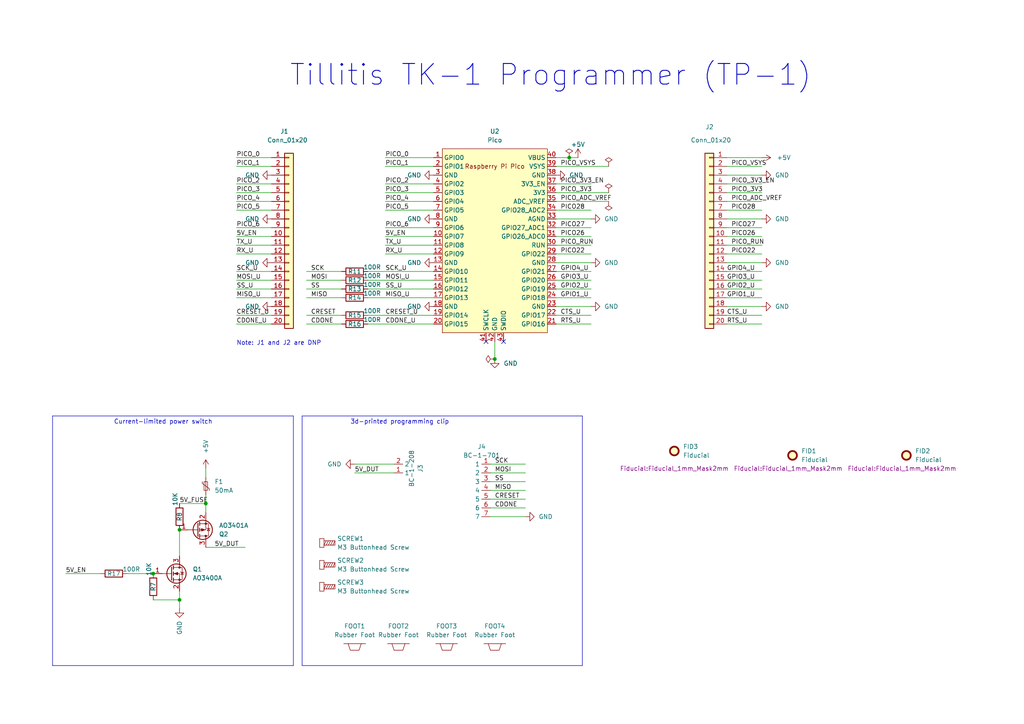
<source format=kicad_sch>
(kicad_sch (version 20230121) (generator eeschema)
  (paper "A4")
  (title_block (title "Tillits TK1 Programmer (TP-1)") (date "2022-09-12") (rev "RevA") (company "Tillitis AB") (comment 1 "2022-11-14") (comment 2 "https://github.com/tillitis/tp1"))
  (lib_symbols
    (symbol "Connector_Generic:Conn_01x20" (pin_names (offset 1.016) hide)
      (property "Reference" "J" (at 0 25.4 0))
      (property "Value" "Conn_01x20" (at 0 -27.94 0))
      (symbol "Conn_01x20_1_1"
        (rectangle (start -1.27 -25.273) (end 0 -25.527) (stroke (width 0.1524)))
        (rectangle (start -1.27 -22.733) (end 0 -22.987) (stroke (width 0.1524)))
        (rectangle (start -1.27 -20.193) (end 0 -20.447) (stroke (width 0.1524)))
        (rectangle (start -1.27 -17.653) (end 0 -17.907) (stroke (width 0.1524)))
        (rectangle (start -1.27 -15.113) (end 0 -15.367) (stroke (width 0.1524)))
        (rectangle (start -1.27 -12.573) (end 0 -12.827) (stroke (width 0.1524)))
        (rectangle (start -1.27 -10.033) (end 0 -10.287) (stroke (width 0.1524)))
        (rectangle (start -1.27 -7.493) (end 0 -7.747) (stroke (width 0.1524)))
        (rectangle (start -1.27 -4.953) (end 0 -5.207) (stroke (width 0.1524)))
        (rectangle (start -1.27 -2.413) (end 0 -2.667) (stroke (width 0.1524)))
        (rectangle (start -1.27 0.127) (end 0 -0.127) (stroke (width 0.1524)))
        (rectangle (start -1.27 2.667) (end 0 2.413) (stroke (width 0.1524)))
        (rectangle (start -1.27 5.207) (end 0 4.953) (stroke (width 0.1524)))
        (rectangle (start -1.27 7.747) (end 0 7.493) (stroke (width 0.1524)))
        (rectangle (start -1.27 10.287) (end 0 10.033) (stroke (width 0.1524)))
        (rectangle (start -1.27 12.827) (end 0 12.573) (stroke (width 0.1524)))
        (rectangle (start -1.27 15.367) (end 0 15.113) (stroke (width 0.1524)))
        (rectangle (start -1.27 17.907) (end 0 17.653) (stroke (width 0.1524)))
        (rectangle (start -1.27 20.447) (end 0 20.193) (stroke (width 0.1524)))
        (rectangle (start -1.27 22.987) (end 0 22.733) (stroke (width 0.1524)))
        (rectangle (start -1.27 24.13) (end 1.27 -26.67) (stroke (width 0.254)) (fill (type background)))
        (pin passive line (at -5.08 22.86 0) (length 3.81) (name "Pin_1") (number "1"))
        (pin passive line (at -5.08 0 0) (length 3.81) (name "Pin_10") (number "10"))
        (pin passive line (at -5.08 -2.54 0) (length 3.81) (name "Pin_11") (number "11"))
        (pin passive line (at -5.08 -5.08 0) (length 3.81) (name "Pin_12") (number "12"))
        (pin passive line (at -5.08 -7.62 0) (length 3.81) (name "Pin_13") (number "13"))
        (pin passive line (at -5.08 -10.16 0) (length 3.81) (name "Pin_14") (number "14"))
        (pin passive line (at -5.08 -12.7 0) (length 3.81) (name "Pin_15") (number "15"))
        (pin passive line (at -5.08 -15.24 0) (length 3.81) (name "Pin_16") (number "16"))
        (pin passive line (at -5.08 -17.78 0) (length 3.81) (name "Pin_17") (number "17"))
        (pin passive line (at -5.08 -20.32 0) (length 3.81) (name "Pin_18") (number "18"))
        (pin passive line (at -5.08 -22.86 0) (length 3.81) (name "Pin_19") (number "19"))
        (pin passive line (at -5.08 20.32 0) (length 3.81) (name "Pin_2") (number "2"))
        (pin passive line (at -5.08 -25.4 0) (length 3.81) (name "Pin_20") (number "20"))
        (pin passive line (at -5.08 17.78 0) (length 3.81) (name "Pin_3") (number "3"))
        (pin passive line (at -5.08 15.24 0) (length 3.81) (name "Pin_4") (number "4"))
        (pin passive line (at -5.08 12.7 0) (length 3.81) (name "Pin_5") (number "5"))
        (pin passive line (at -5.08 10.16 0) (length 3.81) (name "Pin_6") (number "6"))
        (pin passive line (at -5.08 7.62 0) (length 3.81) (name "Pin_7") (number "7"))
        (pin passive line (at -5.08 5.08 0) (length 3.81) (name "Pin_8") (number "8"))
        (pin passive line (at -5.08 2.54 0) (length 3.81) (name "Pin_9") (number "9"))
      )
    )
    (symbol "Device:Polyfuse_Small" (pin_numbers hide) (pin_names (offset 0))
      (property "Reference" "F" (at -1.905 0 90))
      (property "Value" "Polyfuse_Small" (at 1.905 0 90))
      (symbol "Polyfuse_Small_0_1"
        (rectangle (start -0.508 1.27) (end 0.508 -1.27))
        (polyline (pts (xy 0 2.54) (xy 0 -2.54)))
        (polyline (pts (xy -1.016 1.27) (xy -1.016 0.762) (xy 1.016 -0.762) (xy 1.016 -1.27)))
      )
      (symbol "Polyfuse_Small_1_1"
        (pin passive line (at 0 2.54 270) (length 0.635) (name "~") (number "1"))
        (pin passive line (at 0 -2.54 90) (length 0.635) (name "~") (number "2"))
      )
    )
    (symbol "Device:R" (pin_numbers hide) (pin_names (offset 0))
      (property "Reference" "R" (at 2.032 0 90))
      (property "Value" "R" (at 0 0 90))
      (symbol "R_0_1"
        (rectangle (start -1.016 -2.54) (end 1.016 2.54) (stroke (width 0.254)))
      )
      (symbol "R_1_1"
        (pin passive line (at 0 3.81 270) (length 1.27) (name "~") (number "1"))
        (pin passive line (at 0 -3.81 90) (length 1.27) (name "~") (number "2"))
      )
    )
    (symbol "MCU_RaspberryPi_and_Boards:Pico"
      (property "Reference" "U" (at -13.97 27.94 0))
      (property "Value" "Pico" (at 0 19.05 0))
      (symbol "Pico_0_0"
        (text "Raspberry Pi Pico" (at 0 21.59 0) (effects (font (size 1.27 1.27))))
      )
      (symbol "Pico_0_1"
        (rectangle (start -15.24 26.67) (end 15.24 -26.67) (fill (type background)))
      )
      (symbol "Pico_1_1"
        (pin bidirectional line (at -17.78 24.13 0) (length 2.54) (name "GPIO0") (number "1"))
        (pin bidirectional line (at -17.78 1.27 0) (length 2.54) (name "GPIO7") (number "10"))
        (pin bidirectional line (at -17.78 -1.27 0) (length 2.54) (name "GPIO8") (number "11"))
        (pin bidirectional line (at -17.78 -3.81 0) (length 2.54) (name "GPIO9") (number "12"))
        (pin power_in line (at -17.78 -6.35 0) (length 2.54) (name "GND") (number "13"))
        (pin bidirectional line (at -17.78 -8.89 0) (length 2.54) (name "GPIO10") (number "14"))
        (pin bidirectional line (at -17.78 -11.43 0) (length 2.54) (name "GPIO11") (number "15"))
        (pin bidirectional line (at -17.78 -13.97 0) (length 2.54) (name "GPIO12") (number "16"))
        (pin bidirectional line (at -17.78 -16.51 0) (length 2.54) (name "GPIO13") (number "17"))
        (pin power_in line (at -17.78 -19.05 0) (length 2.54) (name "GND") (number "18"))
        (pin bidirectional line (at -17.78 -21.59 0) (length 2.54) (name "GPIO14") (number "19"))
        (pin bidirectional line (at -17.78 21.59 0) (length 2.54) (name "GPIO1") (number "2"))
        (pin bidirectional line (at -17.78 -24.13 0) (length 2.54) (name "GPIO15") (number "20"))
        (pin bidirectional line (at 17.78 -24.13 180) (length 2.54) (name "GPIO16") (number "21"))
        (pin bidirectional line (at 17.78 -21.59 180) (length 2.54) (name "GPIO17") (number "22"))
        (pin power_in line (at 17.78 -19.05 180) (length 2.54) (name "GND") (number "23"))
        (pin bidirectional line (at 17.78 -16.51 180) (length 2.54) (name "GPIO18") (number "24"))
        (pin bidirectional line (at 17.78 -13.97 180) (length 2.54) (name "GPIO19") (number "25"))
        (pin bidirectional line (at 17.78 -11.43 180) (length 2.54) (name "GPIO20") (number "26"))
        (pin bidirectional line (at 17.78 -8.89 180) (length 2.54) (name "GPIO21") (number "27"))
        (pin power_in line (at 17.78 -6.35 180) (length 2.54) (name "GND") (number "28"))
        (pin bidirectional line (at 17.78 -3.81 180) (length 2.54) (name "GPIO22") (number "29"))
        (pin power_in line (at -17.78 19.05 0) (length 2.54) (name "GND") (number "3"))
        (pin input line (at 17.78 -1.27 180) (length 2.54) (name "RUN") (number "30"))
        (pin bidirectional line (at 17.78 1.27 180) (length 2.54) (name "GPIO26_ADC0") (number "31"))
        (pin bidirectional line (at 17.78 3.81 180) (length 2.54) (name "GPIO27_ADC1") (number "32"))
        (pin power_in line (at 17.78 6.35 180) (length 2.54) (name "AGND") (number "33"))
        (pin bidirectional line (at 17.78 8.89 180) (length 2.54) (name "GPIO28_ADC2") (number "34"))
        (pin power_in line (at 17.78 11.43 180) (length 2.54) (name "ADC_VREF") (number "35"))
        (pin power_in line (at 17.78 13.97 180) (length 2.54) (name "3V3") (number "36"))
        (pin input line (at 17.78 16.51 180) (length 2.54) (name "3V3_EN") (number "37"))
        (pin power_in line (at 17.78 19.05 180) (length 2.54) (name "GND") (number "38"))
        (pin power_in line (at 17.78 21.59 180) (length 2.54) (name "VSYS") (number "39"))
        (pin bidirectional line (at -17.78 16.51 0) (length 2.54) (name "GPIO2") (number "4"))
        (pin power_in line (at 17.78 24.13 180) (length 2.54) (name "VBUS") (number "40"))
        (pin input line (at -2.54 -29.21 90) (length 2.54) (name "SWCLK") (number "41"))
        (pin power_in line (at 0 -29.21 90) (length 2.54) (name "GND") (number "42"))
        (pin bidirectional line (at 2.54 -29.21 90) (length 2.54) (name "SWDIO") (number "43"))
        (pin bidirectional line (at -17.78 13.97 0) (length 2.54) (name "GPIO3") (number "5"))
        (pin bidirectional line (at -17.78 11.43 0) (length 2.54) (name "GPIO4") (number "6"))
        (pin bidirectional line (at -17.78 8.89 0) (length 2.54) (name "GPIO5") (number "7"))
        (pin power_in line (at -17.78 6.35 0) (length 2.54) (name "GND") (number "8"))
        (pin bidirectional line (at -17.78 3.81 0) (length 2.54) (name "GPIO6") (number "9"))
      )
    )
    (symbol "Mechanical:Fiducial"
      (property "Reference" "FID" (at 0 5.08 0))
      (property "Value" "Fiducial" (at 0 3.175 0))
      (symbol "Fiducial_0_1"
        (circle (center 0 0) (radius 1.27) (stroke (width 0.508)) (fill (type background)))
      )
    )
    (symbol "Transistor_FET:AO3400A" (pin_names hide)
      (property "Reference" "Q" (at 5.08 1.905 0))
      (property "Value" "AO3400A" (at 5.08 0 0))
      (symbol "AO3400A_0_1"
        (polyline (pts (xy 0.254 0) (xy -2.54 0)))
        (polyline (pts (xy 0.254 1.905) (xy 0.254 -1.905)) (stroke (width 0.254)))
        (polyline (pts (xy 0.762 -1.27) (xy 0.762 -2.286)) (stroke (width 0.254)))
        (polyline (pts (xy 0.762 0.508) (xy 0.762 -0.508)) (stroke (width 0.254)))
        (polyline (pts (xy 0.762 2.286) (xy 0.762 1.27)) (stroke (width 0.254)))
        (polyline (pts (xy 2.54 2.54) (xy 2.54 1.778)))
        (polyline (pts (xy 2.54 -2.54) (xy 2.54 0) (xy 0.762 0)))
        (polyline (pts (xy 0.762 -1.778) (xy 3.302 -1.778) (xy 3.302 1.778) (xy 0.762 1.778)))
        (polyline (pts (xy 1.016 0) (xy 2.032 0.381) (xy 2.032 -0.381) (xy 1.016 0)) (fill (type outline)))
        (polyline (pts (xy 2.794 0.508) (xy 2.921 0.381) (xy 3.683 0.381) (xy 3.81 0.254)))
        (polyline (pts (xy 3.302 0.381) (xy 2.921 -0.254) (xy 3.683 -0.254) (xy 3.302 0.381)))
        (circle (center 1.651 0) (radius 2.794) (stroke (width 0.254)))
        (circle (center 2.54 -1.778) (radius 0.254) (fill (type outline)))
        (circle (center 2.54 1.778) (radius 0.254) (fill (type outline)))
      )
      (symbol "AO3400A_1_1"
        (pin input line (at -5.08 0 0) (length 2.54) (name "G") (number "1"))
        (pin passive line (at 2.54 -5.08 90) (length 2.54) (name "S") (number "2"))
        (pin passive line (at 2.54 5.08 270) (length 2.54) (name "D") (number "3"))
      )
    )
    (symbol "Transistor_FET:AO3401A" (pin_names hide)
      (property "Reference" "Q" (at 5.08 1.905 0))
      (property "Value" "AO3401A" (at 5.08 0 0))
      (symbol "AO3401A_0_1"
        (polyline (pts (xy 0.254 0) (xy -2.54 0)))
        (polyline (pts (xy 0.254 1.905) (xy 0.254 -1.905)) (stroke (width 0.254)))
        (polyline (pts (xy 0.762 -1.27) (xy 0.762 -2.286)) (stroke (width 0.254)))
        (polyline (pts (xy 0.762 0.508) (xy 0.762 -0.508)) (stroke (width 0.254)))
        (polyline (pts (xy 0.762 2.286) (xy 0.762 1.27)) (stroke (width 0.254)))
        (polyline (pts (xy 2.54 2.54) (xy 2.54 1.778)))
        (polyline (pts (xy 2.54 -2.54) (xy 2.54 0) (xy 0.762 0)))
        (polyline (pts (xy 0.762 1.778) (xy 3.302 1.778) (xy 3.302 -1.778) (xy 0.762 -1.778)))
        (polyline (pts (xy 2.286 0) (xy 1.27 0.381) (xy 1.27 -0.381) (xy 2.286 0)) (fill (type outline)))
        (polyline (pts (xy 2.794 -0.508) (xy 2.921 -0.381) (xy 3.683 -0.381) (xy 3.81 -0.254)))
        (polyline (pts (xy 3.302 -0.381) (xy 2.921 0.254) (xy 3.683 0.254) (xy 3.302 -0.381)))
        (circle (center 1.651 0) (radius 2.794) (stroke (width 0.254)))
        (circle (center 2.54 -1.778) (radius 0.254) (fill (type outline)))
        (circle (center 2.54 1.778) (radius 0.254) (fill (type outline)))
      )
      (symbol "AO3401A_1_1"
        (pin input line (at -5.08 0 0) (length 2.54) (name "G") (number "1"))
        (pin passive line (at 2.54 -5.08 90) (length 2.54) (name "S") (number "2"))
        (pin passive line (at 2.54 5.08 270) (length 2.54) (name "D") (number "3"))
      )
    )
    (symbol "mta1:BC-1-208"
      (property "Reference" "J" (at 0 5.08 0))
      (property "Value" "BC-1-208" (at 0 2.54 0))
      (symbol "BC-1-208_1_1"
        (pin passive line (at 2.54 0 180) (length 2.54) (name "1") (number "1"))
        (pin passive line (at 2.54 -2.54 180) (length 2.54) (name "2") (number "2"))
      )
    )
    (symbol "mta1:BC-1-701"
      (property "Reference" "J" (at 0 5.08 0))
      (property "Value" "BC-1-701" (at 0 2.54 0))
      (symbol "BC-1-701_1_1"
        (pin passive line (at 2.54 0 180) (length 2.54) (name "1") (number "1"))
        (pin passive line (at 2.54 -2.54 180) (length 2.54) (name "2") (number "2"))
        (pin passive line (at 2.54 -5.08 180) (length 2.54) (name "3") (number "3"))
        (pin passive line (at 2.54 -7.62 180) (length 2.54) (name "4") (number "4"))
        (pin passive line (at 2.54 -10.16 180) (length 2.54) (name "5") (number "5"))
        (pin passive line (at 2.54 -12.7 180) (length 2.54) (name "6") (number "6"))
        (pin passive line (at 2.54 -15.24 180) (length 2.54) (name "7") (number "7"))
      )
    )
    (symbol "mta1:Foot" (on_board no)
      (property "Reference" "FOOT" (at 0 2.54 0))
      (property "Value" "Foot" (at 0 -1.905 0))
      (symbol "Foot_0_1"
        (polyline (pts (xy -3.175 1.27) (xy 3.175 1.27)))
        (polyline (pts (xy 1.905 1.27) (xy 1.27 -0.635) (xy -1.27 -0.635) (xy -1.905 1.27)))
      )
    )
    (symbol "mta1:Screw" (on_board no)
      (property "Reference" "SCREW" (at 0 2.54 0))
      (property "Value" "Screw" (at 0 -2.54 0))
      (symbol "Screw_0_1"
        (polyline (pts (xy 0.635 0.635) (xy 0 -0.635)))
        (polyline (pts (xy 1.27 0.635) (xy 0.635 -0.635)))
        (polyline (pts (xy 1.905 0.635) (xy 1.27 -0.635)))
        (polyline (pts (xy 2.54 0.635) (xy 1.905 -0.635)))
        (polyline (pts (xy 3.175 0.635) (xy 2.54 -0.635)))
        (polyline (pts (xy 0 0.635) (xy 3.175 0.635) (xy 3.175 -0.635) (xy 0 -0.635)))
        (polyline (pts (xy -1.27 1.27) (xy -1.27 -1.27) (xy 0 -1.27) (xy 0 1.27) (xy -1.27 1.27)))
      )
    )
    (symbol "power:+5V" (power) (pin_names (offset 0))
      (property "Value" "+5V" (at 0 3.556 0))
      (symbol "+5V_0_1"
        (polyline (pts (xy -0.762 1.27) (xy 0 2.54)))
        (polyline (pts (xy 0 0) (xy 0 2.54)))
        (polyline (pts (xy 0 2.54) (xy 0.762 1.27)))
      )
      (symbol "+5V_1_1"
        (pin power_in line (at 0 0 90) (length 0) hide (name "+5V") (number "1"))
      )
    )
    (symbol "power:GND" (power) (pin_names (offset 0))
      (property "Value" "GND" (at 0 -3.81 0))
      (symbol "GND_0_1"
        (polyline (pts (xy 0 0) (xy 0 -1.27) (xy 1.27 -1.27) (xy 0 -2.54) (xy -1.27 -1.27) (xy 0 -1.27)))
      )
      (symbol "GND_1_1"
        (pin power_in line (at 0 0 270) (length 0) hide (name "GND") (number "1"))
      )
    )
    (symbol "power:PWR_FLAG" (power) (pin_numbers hide) (pin_names (offset 0) hide)
      (property "Value" "PWR_FLAG" (at 0 3.81 0))
      (symbol "PWR_FLAG_0_0"
        (pin power_out line (at 0 0 90) (length 0) (name "pwr") (number "1"))
      )
      (symbol "PWR_FLAG_0_1"
        (polyline (pts (xy 0 0) (xy 0 1.27) (xy -1.016 1.905) (xy 0 2.54) (xy 1.016 1.905) (xy 0 1.27)))
      )
    )
  )
  (junction (at 143.51 104.14))
  (junction (at 52.07 173.99))
  (junction (at 44.45 166.37))
  (junction (at 165.1 45.72))
  (junction (at 52.07 153.67))
  (junction (at 59.69 146.05))
  (no_connect (at 140.97 99.06))
  (no_connect (at 146.05 99.06))
  (wire (pts (xy 111.76 48.26) (xy 125.73 48.26)))
  (wire (pts (xy 161.29 71.12) (xy 171.45 71.12)))
  (wire (pts (xy 161.29 58.42) (xy 176.53 58.42)))
  (wire (pts (xy 161.29 66.04) (xy 171.45 66.04)))
  (wire (pts (xy 68.58 93.98) (xy 78.74 93.98)))
  (polyline (pts (xy 15.24 120.65) (xy 15.24 193.04)))
  (wire (pts (xy 210.82 78.74) (xy 220.98 78.74)))
  (wire (pts (xy 106.68 93.98) (xy 125.73 93.98)))
  (wire (pts (xy 210.82 81.28) (xy 220.98 81.28)))
  (wire (pts (xy 210.82 60.96) (xy 220.98 60.96)))
  (wire (pts (xy 106.68 83.82) (xy 125.73 83.82)))
  (wire (pts (xy 143.51 104.14) (xy 143.51 99.06)))
  (wire (pts (xy 142.24 142.24) (xy 152.4 142.24)))
  (wire (pts (xy 210.82 66.04) (xy 220.98 66.04)))
  (wire (pts (xy 210.82 48.26) (xy 220.98 48.26)))
  (wire (pts (xy 142.24 137.16) (xy 152.4 137.16)))
  (wire (pts (xy 111.76 53.34) (xy 125.73 53.34)))
  (wire (pts (xy 142.24 139.7) (xy 152.4 139.7)))
  (wire (pts (xy 68.58 58.42) (xy 78.74 58.42)))
  (wire (pts (xy 161.29 91.44) (xy 171.45 91.44)))
  (wire (pts (xy 52.07 153.67) (xy 52.07 161.29)))
  (polyline (pts (xy 87.63 193.04) (xy 168.91 193.04)))
  (wire (pts (xy 210.82 53.34) (xy 220.98 53.34)))
  (wire (pts (xy 111.76 45.72) (xy 125.73 45.72)))
  (wire (pts (xy 111.76 71.12) (xy 125.73 71.12)))
  (wire (pts (xy 142.24 134.62) (xy 152.4 134.62)))
  (polyline (pts (xy 87.63 120.65) (xy 87.63 193.04)))
  (wire (pts (xy 111.76 66.04) (xy 125.73 66.04)))
  (wire (pts (xy 161.29 60.96) (xy 171.45 60.96)))
  (wire (pts (xy 106.68 86.36) (xy 125.73 86.36)))
  (wire (pts (xy 68.58 68.58) (xy 78.74 68.58)))
  (wire (pts (xy 111.76 60.96) (xy 125.73 60.96)))
  (wire (pts (xy 88.9 91.44) (xy 99.06 91.44)))
  (wire (pts (xy 152.4 149.86) (xy 142.24 149.86)))
  (wire (pts (xy 68.58 71.12) (xy 78.74 71.12)))
  (polyline (pts (xy 168.91 120.65) (xy 87.63 120.65)))
  (wire (pts (xy 68.58 53.34) (xy 78.74 53.34)))
  (wire (pts (xy 88.9 93.98) (xy 99.06 93.98)))
  (wire (pts (xy 68.58 55.88) (xy 78.74 55.88)))
  (wire (pts (xy 161.29 93.98) (xy 171.45 93.98)))
  (wire (pts (xy 220.98 76.2) (xy 210.82 76.2)))
  (wire (pts (xy 161.29 53.34) (xy 171.45 53.34)))
  (wire (pts (xy 210.82 86.36) (xy 220.98 86.36)))
  (wire (pts (xy 210.82 83.82) (xy 220.98 83.82)))
  (wire (pts (xy 68.58 91.44) (xy 78.74 91.44)))
  (wire (pts (xy 68.58 78.74) (xy 78.74 78.74)))
  (wire (pts (xy 171.45 76.2) (xy 161.29 76.2)))
  (polyline (pts (xy 85.09 120.65) (xy 15.24 120.65)))
  (polyline (pts (xy 168.91 193.04) (xy 168.91 120.65)))
  (wire (pts (xy 161.29 55.88) (xy 176.53 55.88)))
  (wire (pts (xy 88.9 81.28) (xy 99.06 81.28)))
  (wire (pts (xy 210.82 91.44) (xy 220.98 91.44)))
  (wire (pts (xy 68.58 48.26) (xy 78.74 48.26)))
  (wire (pts (xy 88.9 86.36) (xy 99.06 86.36)))
  (wire (pts (xy 142.24 144.78) (xy 152.4 144.78)))
  (wire (pts (xy 210.82 93.98) (xy 220.98 93.98)))
  (wire (pts (xy 59.69 146.05) (xy 59.69 148.59)))
  (wire (pts (xy 52.07 146.05) (xy 59.69 146.05)))
  (wire (pts (xy 210.82 55.88) (xy 220.98 55.88)))
  (wire (pts (xy 220.98 88.9) (xy 210.82 88.9)))
  (wire (pts (xy 220.98 63.5) (xy 210.82 63.5)))
  (wire (pts (xy 68.58 86.36) (xy 78.74 86.36)))
  (wire (pts (xy 161.29 86.36) (xy 171.45 86.36)))
  (wire (pts (xy 88.9 83.82) (xy 99.06 83.82)))
  (wire (pts (xy 210.82 45.72) (xy 220.98 45.72)))
  (wire (pts (xy 68.58 73.66) (xy 78.74 73.66)))
  (polyline (pts (xy 85.09 193.04) (xy 85.09 120.65)))
  (wire (pts (xy 111.76 73.66) (xy 125.73 73.66)))
  (wire (pts (xy 102.87 137.16) (xy 114.3 137.16)))
  (wire (pts (xy 220.98 50.8) (xy 210.82 50.8)))
  (wire (pts (xy 171.45 88.9) (xy 161.29 88.9)))
  (wire (pts (xy 106.68 81.28) (xy 125.73 81.28)))
  (wire (pts (xy 111.76 68.58) (xy 125.73 68.58)))
  (wire (pts (xy 52.07 173.99) (xy 52.07 171.45)))
  (wire (pts (xy 44.45 173.99) (xy 52.07 173.99)))
  (wire (pts (xy 52.07 176.53) (xy 52.07 173.99)))
  (wire (pts (xy 210.82 68.58) (xy 220.98 68.58)))
  (wire (pts (xy 59.69 135.89) (xy 59.69 138.43)))
  (wire (pts (xy 161.29 81.28) (xy 171.45 81.28)))
  (wire (pts (xy 161.29 48.26) (xy 176.53 48.26)))
  (wire (pts (xy 106.68 78.74) (xy 125.73 78.74)))
  (wire (pts (xy 36.83 166.37) (xy 44.45 166.37)))
  (wire (pts (xy 111.76 58.42) (xy 125.73 58.42)))
  (wire (pts (xy 161.29 83.82) (xy 171.45 83.82)))
  (polyline (pts (xy 85.09 193.04) (xy 15.24 193.04)))
  (wire (pts (xy 59.69 158.75) (xy 71.12 158.75)))
  (wire (pts (xy 106.68 91.44) (xy 125.73 91.44)))
  (wire (pts (xy 68.58 81.28) (xy 78.74 81.28)))
  (wire (pts (xy 210.82 73.66) (xy 220.98 73.66)))
  (wire (pts (xy 68.58 60.96) (xy 78.74 60.96)))
  (wire (pts (xy 161.29 45.72) (xy 165.1 45.72)))
  (wire (pts (xy 210.82 71.12) (xy 220.98 71.12)))
  (wire (pts (xy 59.69 143.51) (xy 59.69 146.05)))
  (wire (pts (xy 171.45 63.5) (xy 161.29 63.5)))
  (wire (pts (xy 68.58 83.82) (xy 78.74 83.82)))
  (wire (pts (xy 68.58 66.04) (xy 78.74 66.04)))
  (wire (pts (xy 142.24 147.32) (xy 152.4 147.32)))
  (wire (pts (xy 165.1 45.72) (xy 167.64 45.72)))
  (wire (pts (xy 210.82 58.42) (xy 220.98 58.42)))
  (wire (pts (xy 111.76 55.88) (xy 125.73 55.88)))
  (wire (pts (xy 161.29 68.58) (xy 171.45 68.58)))
  (wire (pts (xy 19.05 166.37) (xy 29.21 166.37)))
  (wire (pts (xy 161.29 78.74) (xy 171.45 78.74)))
  (wire (pts (xy 102.87 134.62) (xy 114.3 134.62)))
  (wire (pts (xy 68.58 45.72) (xy 78.74 45.72)))
  (wire (pts (xy 88.9 78.74) (xy 99.06 78.74)))
  (wire (pts (xy 161.29 73.66) (xy 171.45 73.66)))
  (text "Current-limited power switch" (at 33.02 123.19 0) (effects (font (size 1.27 1.27)) (justify left bottom)))
  (text "Tillitis TK-1 Programmer (TP-1)" (at 83.82 25.4 0) (effects (font (size 6 6) (thickness 0.254) bold) (justify left bottom)))
  (text "Note: J1 and J2 are DNP" (at 68.58 100.33 0) (effects (font (size 1.27 1.27)) (justify left bottom)))
  (text "3d-printed programming clip" (at 101.6 123.19 0) (effects (font (size 1.27 1.27)) (justify left bottom)))
  (label "MISO" (at 90.17 86.36 0))
  (label "TX_U" (at 111.76 71.12 0))
  (label "PICO_3V3" (at 212.09 55.88 0))
  (label "PICO_RUN" (at 212.09 71.12 0))
  (label "MOSI_U" (at 111.76 81.28 0))
  (label "PICO26" (at 212.09 68.58 0))
  (label "PICO_4" (at 68.58 58.42 0))
  (label "SCK" (at 143.51 134.62 0))
  (label "RTS_U" (at 162.56 93.98 0))
  (label "CRESET_U" (at 111.76 91.44 0))
  (label "CTS_U" (at 162.56 91.44 0))
  (label "5V_EN" (at 68.58 68.58 0))
  (label "PICO_5" (at 111.76 60.96 0))
  (label "SS" (at 90.17 83.82 0))
  (label "GPIO4_U" (at 162.56 78.74 0))
  (label "5V_EN" (at 19.05 166.37 0))
  (label "MISO_U" (at 68.58 86.36 0))
  (label "GPIO4_U" (at 210.82 78.74 0))
  (label "5V_DUT" (at 62.23 158.75 0))
  (label "CDONE" (at 90.17 93.98 0))
  (label "PICO_6" (at 111.76 66.04 0))
  (label "PICO22" (at 212.09 73.66 0))
  (label "RX_U" (at 68.58 73.66 0))
  (label "PICO_0" (at 68.58 45.72 0))
  (label "SCK_U" (at 68.58 78.74 0))
  (label "PICO_3V3_EN" (at 162.56 53.34 0))
  (label "PICO_VSYS" (at 162.56 48.26 0))
  (label "RX_U" (at 111.76 73.66 0))
  (label "CRESET_U" (at 68.58 91.44 0))
  (label "TX_U" (at 68.58 71.12 0))
  (label "SS_U" (at 111.76 83.82 0))
  (label "PICO_ADC_VREF" (at 162.56 58.42 0))
  (label "CDONE_U" (at 111.76 93.98 0))
  (label "GPIO2_U" (at 162.56 83.82 0))
  (label "SCK" (at 90.17 78.74 0))
  (label "PICO_6" (at 68.58 66.04 0))
  (label "PICO_3V3_EN" (at 212.09 53.34 0))
  (label "PICO_3" (at 111.76 55.88 0))
  (label "MOSI_U" (at 68.58 81.28 0))
  (label "GPIO3_U" (at 162.56 81.28 0))
  (label "PICO_VSYS" (at 212.09 48.26 0))
  (label "PICO_2" (at 111.76 53.34 0))
  (label "PICO27" (at 212.09 66.04 0))
  (label "GPIO1_U" (at 162.56 86.36 0))
  (label "MISO_U" (at 111.76 86.36 0))
  (label "GPIO2_U" (at 210.82 83.82 0))
  (label "MOSI" (at 143.51 137.16 0))
  (label "MOSI" (at 90.17 81.28 0))
  (label "CRESET" (at 90.17 91.44 0))
  (label "5V_FUSE" (at 52.07 146.05 0))
  (label "PICO_0" (at 111.76 45.72 0))
  (label "MISO" (at 143.51 142.24 0))
  (label "GPIO1_U" (at 210.82 86.36 0))
  (label "PICO_2" (at 68.58 53.34 0))
  (label "PICO26" (at 162.56 68.58 0))
  (label "CRESET" (at 143.51 144.78 0))
  (label "PICO_4" (at 111.76 58.42 0))
  (label "CTS_U" (at 210.82 91.44 0))
  (label "PICO27" (at 162.56 66.04 0))
  (label "CDONE" (at 143.51 147.32 0))
  (label "SCK_U" (at 111.76 78.74 0))
  (label "PICO28" (at 162.56 60.96 0))
  (label "PICO_RUN" (at 162.56 71.12 0))
  (label "PICO_1" (at 111.76 48.26 0))
  (label "5V_DUT" (at 102.87 137.16 0))
  (label "PICO_5" (at 68.58 60.96 0))
  (label "PICO_ADC_VREF" (at 212.09 58.42 0))
  (label "PICO28" (at 212.09 60.96 0))
  (label "CDONE_U" (at 68.58 93.98 0))
  (label "PICO_3" (at 68.58 55.88 0))
  (label "PICO_1" (at 68.58 48.26 0))
  (label "RTS_U" (at 210.82 93.98 0))
  (label "5V_EN" (at 111.76 68.58 0))
  (label "GPIO3_U" (at 210.82 81.28 0))
  (label "PICO22" (at 162.56 73.66 0))
  (label "SS" (at 143.51 139.7 0))
  (label "SS_U" (at 68.58 83.82 0))
  (label "PICO_3V3" (at 162.56 55.88 0))
  (symbol (lib_id "Device:R") (at 102.87 83.82 90) (unit 1)
    (property "Reference" "R13" (at 102.87 83.82 90))
    (property "Value" "100R" (at 107.95 82.55 90))
    (property "Footprint" "mta1:ERJ2G(0402)_L" (effects hide))
    (property "Extended Value" "1/16W,5%" (effects hide))
    (property "Manufacturer" "Any/not critical" (effects hide))
  )
  (symbol (lib_id "Device:R") (at 102.87 91.44 90) (unit 1)
    (property "Reference" "R15" (at 102.87 91.44 90))
    (property "Value" "100R" (at 107.95 90.17 90))
    (property "Footprint" "mta1:ERJ2G(0402)_L" (effects hide))
    (property "Extended Value" "1/16W,5%" (effects hide))
    (property "Manufacturer" "Any/not critical" (effects hide))
  )
  (symbol (lib_id "Mechanical:Fiducial") (at 195.58 130.81 0) (unit 1)
    (property "Reference" "FID3" (at 198.12 129.5399 0) (effects (justify left)))
    (property "Value" "Fiducial" (at 198.12 132.0799 0) (effects (justify left)))
    (property "Footprint" "Fiducial:Fiducial_1mm_Mask2mm" (at 195.58 135.89 0))
  )
  (symbol (lib_id "power:GND") (at 52.07 176.53 0) (unit 1)
    (property "Reference" "#PWR0114" (effects hide))
    (property "Value" "GND" (at 52.07 184.15 90) (effects (justify left)))
  )
  (symbol (lib_id "Connector_Generic:Conn_01x20") (at 205.74 68.58 0) (mirror y) (unit 1) (in_bom no)
    (property "Reference" "J2" (at 207.01 36.83 0) (effects (justify left)))
    (property "Value" "Conn_01x20" (at 212.09 40.64 0) (effects (justify left)))
    (property "Footprint" "Connector_PinHeader_2.54mm:PinHeader_1x20_P2.54mm_Vertical" (effects hide))
  )
  (symbol (lib_id "power:GND") (at 78.74 88.9 270) (unit 1)
    (property "Reference" "#PWR0110" (effects hide))
    (property "Value" "GND" (at 71.12 88.9 90) (effects (justify left)))
  )
  (symbol (lib_id "Device:R") (at 102.87 78.74 90) (unit 1)
    (property "Reference" "R11" (at 102.87 78.74 90))
    (property "Value" "100R" (at 107.95 77.47 90))
    (property "Footprint" "mta1:ERJ2G(0402)_L" (effects hide))
    (property "Extended Value" "1/16W,5%" (effects hide))
    (property "Manufacturer" "Any/not critical" (effects hide))
  )
  (symbol (lib_id "power:GND") (at 125.73 76.2 270) (unit 1)
    (property "Reference" "#PWR010" (effects hide))
    (property "Value" "GND" (at 118.11 76.2 90) (effects (justify left)))
  )
  (symbol (lib_id "MCU_RaspberryPi_and_Boards:Pico") (at 143.51 69.85 0) (unit 1)
    (property "Reference" "U2" (at 143.51 38.1 0))
    (property "Value" "Pico" (at 143.51 40.64 0))
    (property "Footprint" "RPi_Pico:RPi_Pico_SMD_TH" (effects hide))
    (property "Manufacturer" "Raspberry Pi" (effects hide))
    (property "Manufacturer Part Number" "SC0915" (effects hide))
    (property "Supplier" "Digikey" (effects hide))
    (property "Supplier Part Number" "2648-SC0915TR-ND" (effects hide))
  )
  (symbol (lib_id "mta1:BC-1-208") (at 116.84 137.16 180) (unit 1)
    (property "Reference" "J3" (at 121.92 135.89 90))
    (property "Value" "BC-1-208" (at 119.38 135.89 90))
    (property "Footprint" "mta1:BC-1-208" (effects hide))
    (property "Manufacturer" "Disong" (effects hide))
    (property "Manufacturer Part Number" "BC-1-208" (effects hide))
  )
  (symbol (lib_id "power:PWR_FLAG") (at 176.53 55.88 0) (unit 1)
    (property "Reference" "#FLG04" (effects hide))
    (property "Value" "PWR_FLAG" (effects hide))
  )
  (symbol (lib_id "power:PWR_FLAG") (at 176.53 58.42 180) (unit 1)
    (property "Reference" "#FLG05" (effects hide))
    (property "Value" "PWR_FLAG" (effects hide))
  )
  (symbol (lib_id "power:GND") (at 78.74 63.5 270) (unit 1)
    (property "Reference" "#PWR0112" (effects hide))
    (property "Value" "GND" (at 71.12 63.5 90) (effects (justify left)))
  )
  (symbol (lib_id "power:GND") (at 152.4 149.86 90) (unit 1)
    (property "Reference" "#PWR06" (effects hide))
    (property "Value" "GND" (at 156.21 149.8599 90) (effects (justify right)))
  )
  (symbol (lib_id "mta1:Foot") (at 115.57 187.96 0) (unit 1) (on_board no)
    (property "Reference" "FOOT2" (at 115.57 181.61 0))
    (property "Value" "Rubber Foot" (at 115.57 184.15 0))
    (property "Extended Value" "8mm diameter x 2.8mm height, self-adhesive foot" (effects hide))
    (property "Manufacturer" "3M" (effects hide))
    (property "Manufacturer Part Number" "SJ5076" (effects hide))
    (property "Supplier" "RS" (effects hide))
    (property "Supplier Part Number" "120-6041" (effects hide))
  )
  (symbol (lib_id "power:PWR_FLAG") (at 176.53 48.26 0) (unit 1)
    (property "Reference" "#FLG03" (effects hide))
    (property "Value" "PWR_FLAG" (effects hide))
  )
  (symbol (lib_id "Transistor_FET:AO3400A") (at 49.53 166.37 0) (unit 1)
    (property "Reference" "Q1" (at 55.88 165.0999 0) (effects (justify left)))
    (property "Value" "AO3400A" (at 55.88 167.6399 0) (effects (justify left)))
    (property "Footprint" "Package_TO_SOT_SMD:SOT-23" (effects hide))
    (property "Datasheet" "http://www.aosmd.com/pdfs/datasheet/AO3400A.pdf" (effects hide))
    (property "Manufacturer" "Alpha & Omega" (effects hide))
    (property "Manufacturer Part Number" "AO3400A" (effects hide))
    (property "Supplier" "Digikey" (effects hide))
    (property "Supplier Part Number" "785-1000-2-ND" (effects hide))
  )
  (symbol (lib_id "power:GND") (at 220.98 50.8 90) (unit 1)
    (property "Reference" "#PWR0107" (effects hide))
    (property "Value" "GND" (at 224.79 50.7999 90) (effects (justify right)))
  )
  (symbol (lib_id "Mechanical:Fiducial") (at 229.87 132.08 0) (unit 1)
    (property "Reference" "FID1" (at 232.41 130.8099 0) (effects (justify left)))
    (property "Value" "Fiducial" (at 232.41 133.3499 0) (effects (justify left)))
    (property "Footprint" "Fiducial:Fiducial_1mm_Mask2mm" (at 228.6 135.89 0))
  )
  (symbol (lib_id "Device:R") (at 102.87 93.98 90) (unit 1)
    (property "Reference" "R16" (at 102.87 93.98 90))
    (property "Value" "100R" (at 107.95 92.71 90))
    (property "Footprint" "mta1:ERJ2G(0402)_L" (effects hide))
    (property "Extended Value" "1/16W,5%" (effects hide))
    (property "Manufacturer" "Any/not critical" (effects hide))
  )
  (symbol (lib_id "power:GND") (at 125.73 88.9 270) (unit 1)
    (property "Reference" "#PWR011" (effects hide))
    (property "Value" "GND" (at 118.11 88.9 90) (effects (justify left)))
  )
  (symbol (lib_id "power:PWR_FLAG") (at 165.1 45.72 0) (unit 1)
    (property "Reference" "#FLG01" (effects hide))
    (property "Value" "PWR_FLAG" (effects hide))
  )
  (symbol (lib_id "Device:R") (at 33.02 166.37 90) (unit 1)
    (property "Reference" "R17" (at 33.02 166.37 90))
    (property "Value" "100R" (at 38.1 165.1 90))
    (property "Footprint" "mta1:ERJ2G(0402)_L" (effects hide))
    (property "Extended Value" "1/16W,5%" (effects hide))
    (property "Manufacturer" "Any/not critical" (effects hide))
  )
  (symbol (lib_id "power:GND") (at 143.51 104.14 0) (unit 1)
    (property "Reference" "#PWR0115" (effects hide))
    (property "Value" "GND" (at 146.05 105.4099 0) (effects (justify left)))
  )
  (symbol (lib_id "power:GND") (at 171.45 63.5 90) (unit 1)
    (property "Reference" "#PWR014" (effects hide))
    (property "Value" "GND" (at 175.26 63.4999 90) (effects (justify right)))
  )
  (symbol (lib_id "mta1:Foot") (at 129.54 187.96 0) (unit 1) (on_board no)
    (property "Reference" "FOOT3" (at 129.54 181.61 0))
    (property "Value" "Rubber Foot" (at 129.54 184.15 0))
    (property "Extended Value" "8mm diameter x 2.8mm height, self-adhesive foot" (effects hide))
    (property "Manufacturer" "3M" (effects hide))
    (property "Manufacturer Part Number" "SJ5076" (effects hide))
    (property "Supplier" "RS" (effects hide))
    (property "Supplier Part Number" "120-6041" (effects hide))
  )
  (symbol (lib_id "power:GND") (at 171.45 88.9 90) (unit 1)
    (property "Reference" "#PWR018" (effects hide))
    (property "Value" "GND" (at 175.26 88.8999 90) (effects (justify right)))
  )
  (symbol (lib_id "power:GND") (at 171.45 76.2 90) (unit 1)
    (property "Reference" "#PWR017" (effects hide))
    (property "Value" "GND" (at 175.26 76.1999 90) (effects (justify right)))
  )
  (symbol (lib_id "Device:R") (at 102.87 86.36 90) (unit 1)
    (property "Reference" "R14" (at 102.87 86.36 90))
    (property "Value" "100R" (at 107.95 85.09 90))
    (property "Footprint" "mta1:ERJ2G(0402)_L" (effects hide))
    (property "Extended Value" "1/16W,5%" (effects hide))
    (property "Manufacturer" "Any/not critical" (effects hide))
  )
  (symbol (lib_id "power:GND") (at 78.74 50.8 270) (unit 1)
    (property "Reference" "#PWR0111" (effects hide))
    (property "Value" "GND" (at 71.12 50.8 90) (effects (justify left)))
  )
  (symbol (lib_id "power:GND") (at 125.73 63.5 270) (unit 1)
    (property "Reference" "#PWR09" (effects hide))
    (property "Value" "GND" (at 118.11 63.5 90) (effects (justify left)))
  )
  (symbol (lib_id "power:GND") (at 78.74 76.2 270) (unit 1)
    (property "Reference" "#PWR0109" (effects hide))
    (property "Value" "GND" (at 71.12 76.2 90) (effects (justify left)))
  )
  (symbol (lib_id "mta1:Foot") (at 102.87 187.96 0) (unit 1) (on_board no)
    (property "Reference" "FOOT1" (at 102.87 181.61 0))
    (property "Value" "Rubber Foot" (at 102.87 184.15 0))
    (property "Extended Value" "8mm diameter x 2.8mm height, self-adhesive foot" (effects hide))
    (property "Manufacturer" "3M" (effects hide))
    (property "Manufacturer Part Number" "SJ5076" (effects hide))
    (property "Supplier" "RS" (effects hide))
    (property "Supplier Part Number" "120-6041" (effects hide))
  )
  (symbol (lib_id "mta1:BC-1-701") (at 139.7 134.62 0) (unit 1)
    (property "Reference" "J4" (at 139.7 129.54 0))
    (property "Value" "BC-1-701" (at 139.7 132.08 0))
    (property "Footprint" "mta1:BC-1-701" (effects hide))
    (property "Manufacturer" "Disong" (effects hide))
    (property "Manufacturer Part Number" "BC-1-701" (effects hide))
  )
  (symbol (lib_id "power:+5V") (at 167.64 45.72 0) (unit 1)
    (property "Reference" "#PWR07" (effects hide))
    (property "Value" "+5V" (at 167.64 41.91 0))
  )
  (symbol (lib_id "Device:R") (at 102.87 81.28 90) (unit 1)
    (property "Reference" "R12" (at 102.87 81.28 90))
    (property "Value" "100R" (at 107.95 80.01 90))
    (property "Footprint" "mta1:ERJ2G(0402)_L" (effects hide))
    (property "Extended Value" "1/16W,5%" (effects hide))
    (property "Manufacturer" "Any/not critical" (effects hide))
  )
  (symbol (lib_id "power:+5V") (at 59.69 135.89 0) (unit 1)
    (property "Reference" "#PWR0113" (effects hide))
    (property "Value" "+5V" (at 59.69 129.54 90))
  )
  (symbol (lib_id "power:GND") (at 102.87 134.62 270) (unit 1)
    (property "Reference" "#PWR0102" (effects hide))
    (property "Value" "GND" (at 99.06 134.6201 90) (effects (justify right)))
  )
  (symbol (lib_id "power:+5V") (at 220.98 45.72 270) (unit 1)
    (property "Reference" "#PWR0106" (effects hide))
    (property "Value" "+5V" (at 227.33 45.72 90))
  )
  (symbol (lib_id "power:GND") (at 220.98 76.2 90) (unit 1)
    (property "Reference" "#PWR0101" (effects hide))
    (property "Value" "GND" (at 224.79 76.1999 90) (effects (justify right)))
  )
  (symbol (lib_id "Mechanical:Fiducial") (at 262.89 132.08 0) (unit 1)
    (property "Reference" "FID2" (at 265.43 130.8099 0) (effects (justify left)))
    (property "Value" "Fiducial" (at 265.43 133.3499 0) (effects (justify left)))
    (property "Footprint" "Fiducial:Fiducial_1mm_Mask2mm" (at 261.62 135.89 0))
  )
  (symbol (lib_id "Transistor_FET:AO3401A") (at 57.15 153.67 0) (mirror x) (unit 1)
    (property "Reference" "Q2" (at 63.5 154.9401 0) (effects (justify left)))
    (property "Value" "AO3401A" (at 63.5 152.4001 0) (effects (justify left)))
    (property "Footprint" "Package_TO_SOT_SMD:SOT-23" (effects hide))
    (property "Datasheet" "http://www.aosmd.com/pdfs/datasheet/AO3401A.pdf" (effects hide))
    (property "Manufacturer" "Alpha & Omega" (effects hide))
    (property "Manufacturer Part Number" "AO3401A" (effects hide))
    (property "Supplier" "Digikey" (effects hide))
    (property "Supplier Part Number" "785-1001-2-ND" (effects hide))
  )
  (symbol (lib_id "Device:Polyfuse_Small") (at 59.69 140.97 0) (unit 1)
    (property "Reference" "F1" (at 62.23 139.6999 0) (effects (justify left)))
    (property "Value" "50mA" (at 62.23 142.2399 0) (effects (justify left)))
    (property "Footprint" "Fuse:Fuse_1206_3216Metric" (effects hide))
    (property "Manufacturer" "Littelfuse" (effects hide))
    (property "Manufacturer Part Number" "1206L005/60WR" (effects hide))
    (property "Supplier" "Digikey" (effects hide))
    (property "Supplier Part Number" "F8129TR-ND" (effects hide))
  )
  (symbol (lib_id "Connector_Generic:Conn_01x20") (at 83.82 68.58 0) (unit 1) (in_bom no)
    (property "Reference" "J1" (at 81.28 38.1 0) (effects (justify left)))
    (property "Value" "Conn_01x20" (at 77.47 40.64 0) (effects (justify left)))
    (property "Footprint" "Connector_PinHeader_2.54mm:PinHeader_1x20_P2.54mm_Vertical" (effects hide))
  )
  (symbol (lib_id "mta1:Foot") (at 143.51 187.96 0) (unit 1) (on_board no)
    (property "Reference" "FOOT4" (at 143.51 181.61 0))
    (property "Value" "Rubber Foot" (at 143.51 184.15 0))
    (property "Extended Value" "8mm diameter x 2.8mm height, self-adhesive foot" (effects hide))
    (property "Manufacturer" "3M" (effects hide))
    (property "Manufacturer Part Number" "SJ5076" (effects hide))
    (property "Supplier" "RS" (effects hide))
    (property "Supplier Part Number" "120-6041" (effects hide))
  )
  (symbol (lib_id "mta1:Screw") (at 93.98 163.83 0) (unit 1) (on_board no)
    (property "Reference" "SCREW2" (at 97.79 162.5599 0) (effects (justify left)))
    (property "Value" "M3 Buttonhead Screw" (at 97.79 165.0999 0) (effects (justify left)))
    (property "Supplier" "McMaster-Carr" (effects hide))
    (property "Supplier Part Number" "94500A263" (effects hide))
    (property "Extended Value" "M3x0.5mm buttonhead screw, stainless steel, 5mm length" (effects hide))
  )
  (symbol (lib_id "Device:R") (at 52.07 149.86 180) (unit 1)
    (property "Reference" "R8" (at 52.07 149.86 90))
    (property "Value" "10K" (at 50.8 144.78 90))
    (property "Footprint" "mta1:ERJ2G(0402)_L" (effects hide))
    (property "Extended Value" "1/16W,5%" (effects hide))
    (property "Manufacturer" "Any/not critical" (effects hide))
  )
  (symbol (lib_id "Device:R") (at 44.45 170.18 180) (unit 1)
    (property "Reference" "R7" (at 44.45 170.18 90))
    (property "Value" "10K" (at 43.18 165.1 90))
    (property "Footprint" "mta1:ERJ2G(0402)_L" (effects hide))
    (property "Extended Value" "1/16W,5%" (effects hide))
    (property "Manufacturer" "Any/not critical" (effects hide))
  )
  (symbol (lib_id "power:GND") (at 220.98 63.5 90) (unit 1)
    (property "Reference" "#PWR0104" (effects hide))
    (property "Value" "GND" (at 224.79 63.4999 90) (effects (justify right)))
  )
  (symbol (lib_id "power:GND") (at 161.29 50.8 90) (unit 1)
    (property "Reference" "#PWR012" (effects hide))
    (property "Value" "GND" (at 165.1 50.7999 90) (effects (justify right)))
  )
  (symbol (lib_id "mta1:Screw") (at 93.98 157.48 0) (unit 1) (on_board no)
    (property "Reference" "SCREW1" (at 97.79 156.2099 0) (effects (justify left)))
    (property "Value" "M3 Buttonhead Screw" (at 97.79 158.7499 0) (effects (justify left)))
    (property "Supplier" "McMaster-Carr" (effects hide))
    (property "Supplier Part Number" "94500A263" (effects hide))
    (property "Extended Value" "M3x0.5mm buttonhead screw, stainless steel, 5mm length" (effects hide))
  )
  (symbol (lib_id "power:GND") (at 220.98 88.9 90) (unit 1)
    (property "Reference" "#PWR0108" (effects hide))
    (property "Value" "GND" (at 224.79 88.8999 90) (effects (justify right)))
  )
  (symbol (lib_id "power:GND") (at 125.73 50.8 270) (unit 1)
    (property "Reference" "#PWR08" (effects hide))
    (property "Value" "GND" (at 118.11 50.8 90) (effects (justify left)))
  )
  (symbol (lib_id "mta1:Screw") (at 93.98 170.18 0) (unit 1) (on_board no)
    (property "Reference" "SCREW3" (at 97.79 168.9099 0) (effects (justify left)))
    (property "Value" "M3 Buttonhead Screw" (at 97.79 171.4499 0) (effects (justify left)))
    (property "Supplier" "McMaster-Carr" (effects hide))
    (property "Supplier Part Number" "94500A263" (effects hide))
    (property "Extended Value" "M3x0.5mm buttonhead screw, stainless steel, 5mm length" (effects hide))
  )
  (symbol (lib_id "power:PWR_FLAG") (at 143.51 104.14 90) (unit 1)
    (property "Reference" "#FLG02" (effects hide))
    (property "Value" "PWR_FLAG" (effects hide))
  )
)
</source>
